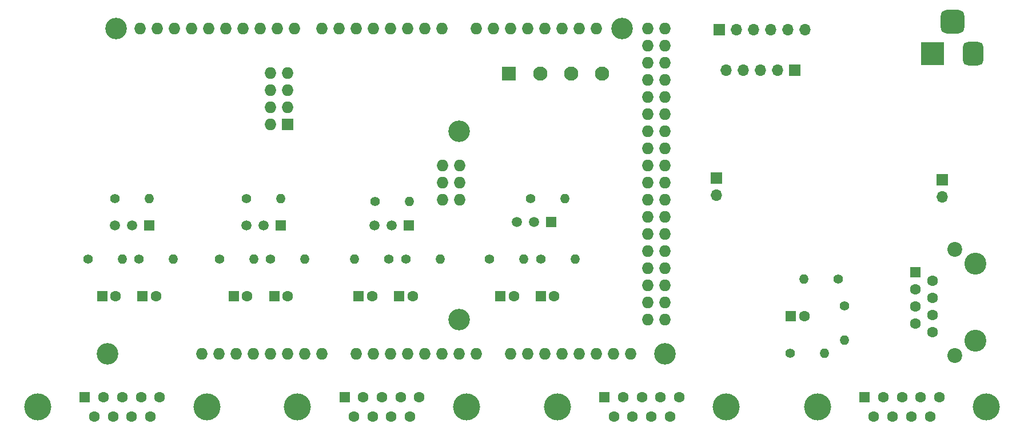
<source format=gbr>
%TF.GenerationSoftware,KiCad,Pcbnew,(6.0.4)*%
%TF.CreationDate,2022-06-07T23:10:36-03:00*%
%TF.ProjectId,TCC_Flow,5443435f-466c-46f7-972e-6b696361645f,rev?*%
%TF.SameCoordinates,Original*%
%TF.FileFunction,Soldermask,Top*%
%TF.FilePolarity,Negative*%
%FSLAX46Y46*%
G04 Gerber Fmt 4.6, Leading zero omitted, Abs format (unit mm)*
G04 Created by KiCad (PCBNEW (6.0.4)) date 2022-06-07 23:10:36*
%MOMM*%
%LPD*%
G01*
G04 APERTURE LIST*
G04 Aperture macros list*
%AMRoundRect*
0 Rectangle with rounded corners*
0 $1 Rounding radius*
0 $2 $3 $4 $5 $6 $7 $8 $9 X,Y pos of 4 corners*
0 Add a 4 corners polygon primitive as box body*
4,1,4,$2,$3,$4,$5,$6,$7,$8,$9,$2,$3,0*
0 Add four circle primitives for the rounded corners*
1,1,$1+$1,$2,$3*
1,1,$1+$1,$4,$5*
1,1,$1+$1,$6,$7*
1,1,$1+$1,$8,$9*
0 Add four rect primitives between the rounded corners*
20,1,$1+$1,$2,$3,$4,$5,0*
20,1,$1+$1,$4,$5,$6,$7,0*
20,1,$1+$1,$6,$7,$8,$9,0*
20,1,$1+$1,$8,$9,$2,$3,0*%
G04 Aperture macros list end*
%ADD10C,1.400000*%
%ADD11O,1.400000X1.400000*%
%ADD12R,1.700000X1.700000*%
%ADD13O,1.700000X1.700000*%
%ADD14R,1.500000X1.500000*%
%ADD15C,1.500000*%
%ADD16R,1.600000X1.600000*%
%ADD17C,1.600000*%
%ADD18C,3.200000*%
%ADD19O,1.727200X1.727200*%
%ADD20C,4.000000*%
%ADD21C,3.250000*%
%ADD22RoundRect,0.248000X0.552000X-0.552000X0.552000X0.552000X-0.552000X0.552000X-0.552000X-0.552000X0*%
%ADD23C,2.200000*%
%ADD24RoundRect,0.250001X-0.799999X-0.799999X0.799999X-0.799999X0.799999X0.799999X-0.799999X0.799999X0*%
%ADD25C,2.100000*%
%ADD26R,3.500000X3.500000*%
%ADD27RoundRect,0.750000X0.750000X1.000000X-0.750000X1.000000X-0.750000X-1.000000X0.750000X-1.000000X0*%
%ADD28RoundRect,0.875000X0.875000X0.875000X-0.875000X0.875000X-0.875000X-0.875000X0.875000X-0.875000X0*%
%ADD29R,1.727200X1.727200*%
G04 APERTURE END LIST*
D10*
%TO.C,R13*%
X67960000Y-56500000D03*
D11*
X73040000Y-56500000D03*
%TD*%
D10*
%TO.C,R8*%
X103920000Y-65500000D03*
D11*
X109000000Y-65500000D03*
%TD*%
D10*
%TO.C,R1*%
X51960000Y-65500000D03*
D11*
X57040000Y-65500000D03*
%TD*%
D10*
%TO.C,R4*%
X63960000Y-65500000D03*
D11*
X69040000Y-65500000D03*
%TD*%
D12*
%TO.C,PwSpp15V2*%
X171000000Y-53725000D03*
D13*
X171000000Y-56265000D03*
%TD*%
D14*
%TO.C,Q2*%
X92000000Y-60500000D03*
D15*
X89460000Y-60500000D03*
X86920000Y-60500000D03*
%TD*%
D10*
%TO.C,R10*%
X156500000Y-72460000D03*
D11*
X156500000Y-77540000D03*
%TD*%
D10*
%TO.C,R11*%
X148460000Y-79460000D03*
D11*
X153540000Y-79460000D03*
%TD*%
D10*
%TO.C,R12*%
X48460000Y-56500000D03*
D11*
X53540000Y-56500000D03*
%TD*%
D10*
%TO.C,R6*%
X89000000Y-65500000D03*
D11*
X83920000Y-65500000D03*
%TD*%
D16*
%TO.C,C9*%
X148544900Y-73960000D03*
D17*
X150544900Y-73960000D03*
%TD*%
D12*
%TO.C,Clock1*%
X149120000Y-37500000D03*
D13*
X146580000Y-37500000D03*
X144040000Y-37500000D03*
X141500000Y-37500000D03*
X138960000Y-37500000D03*
%TD*%
D16*
%TO.C,C2*%
X46544900Y-71000000D03*
D17*
X48544900Y-71000000D03*
%TD*%
D18*
%TO.C,XA1*%
X99415000Y-46522500D03*
X48615000Y-31282500D03*
X123545000Y-31282500D03*
X99415000Y-74462500D03*
X129895000Y-79542500D03*
X47345000Y-79542500D03*
D19*
X61315000Y-79542500D03*
X68935000Y-79542500D03*
X71475000Y-79542500D03*
X99542000Y-51602500D03*
X127355000Y-31282500D03*
X129895000Y-31282500D03*
X84175000Y-79542500D03*
X86715000Y-79542500D03*
X89255000Y-79542500D03*
X91795000Y-79542500D03*
X94335000Y-79542500D03*
X96875000Y-79542500D03*
X99415000Y-79542500D03*
X101955000Y-79542500D03*
X107035000Y-79542500D03*
X109575000Y-79542500D03*
X112115000Y-79542500D03*
X114655000Y-79542500D03*
X117195000Y-79542500D03*
X119735000Y-79542500D03*
X122275000Y-79542500D03*
X124815000Y-79542500D03*
X57251000Y-31282500D03*
X96875000Y-31282500D03*
X94335000Y-31282500D03*
X91795000Y-31282500D03*
X89255000Y-31282500D03*
X86715000Y-31282500D03*
X84175000Y-31282500D03*
X81635000Y-31282500D03*
X79095000Y-31282500D03*
X75031000Y-31282500D03*
X72491000Y-31282500D03*
X69951000Y-31282500D03*
X67411000Y-31282500D03*
X64871000Y-31282500D03*
X62331000Y-31282500D03*
X101955000Y-31282500D03*
X104495000Y-31282500D03*
X107035000Y-31282500D03*
X109575000Y-31282500D03*
X112115000Y-31282500D03*
X114655000Y-31282500D03*
X117195000Y-31282500D03*
X119735000Y-31282500D03*
X127355000Y-33822500D03*
X129895000Y-33822500D03*
X127355000Y-36362500D03*
X129895000Y-36362500D03*
X127355000Y-38902500D03*
X129895000Y-38902500D03*
X127355000Y-41442500D03*
X129895000Y-41442500D03*
X127355000Y-43982500D03*
X129895000Y-43982500D03*
X127355000Y-46522500D03*
X129895000Y-46522500D03*
X127355000Y-49062500D03*
X129895000Y-49062500D03*
X127355000Y-51602500D03*
X129895000Y-51602500D03*
X127355000Y-54142500D03*
X129895000Y-54142500D03*
X127355000Y-56682500D03*
X129895000Y-56682500D03*
X127355000Y-59222500D03*
X129895000Y-59222500D03*
X127355000Y-61762500D03*
X129895000Y-61762500D03*
X127355000Y-64302500D03*
X129895000Y-64302500D03*
X127355000Y-66842500D03*
X129895000Y-66842500D03*
X127355000Y-69382500D03*
X129895000Y-69382500D03*
X127355000Y-71922500D03*
X129895000Y-71922500D03*
X59791000Y-31282500D03*
X74015000Y-79542500D03*
X76555000Y-79542500D03*
X99542000Y-56682500D03*
X127355000Y-74462500D03*
X129895000Y-74462500D03*
X63855000Y-79542500D03*
X97002000Y-51602500D03*
X99542000Y-54142500D03*
X66395000Y-79542500D03*
X97002000Y-56682500D03*
X97002000Y-54142500D03*
X52171000Y-31282500D03*
X54711000Y-31282500D03*
X79095000Y-79542500D03*
%TD*%
D20*
%TO.C,MFC2*%
X100490000Y-87420000D03*
X75490000Y-87420000D03*
D16*
X82450000Y-86000000D03*
D17*
X85220000Y-86000000D03*
X87990000Y-86000000D03*
X90760000Y-86000000D03*
X93530000Y-86000000D03*
X83835000Y-88840000D03*
X86605000Y-88840000D03*
X89375000Y-88840000D03*
X92145000Y-88840000D03*
%TD*%
D10*
%TO.C,R15*%
X110000000Y-56500000D03*
D11*
X115080000Y-56500000D03*
%TD*%
D20*
%TO.C,MFC3*%
X113990000Y-87420000D03*
X138990000Y-87420000D03*
D16*
X120950000Y-86000000D03*
D17*
X123720000Y-86000000D03*
X126490000Y-86000000D03*
X129260000Y-86000000D03*
X132030000Y-86000000D03*
X122335000Y-88840000D03*
X125105000Y-88840000D03*
X127875000Y-88840000D03*
X130645000Y-88840000D03*
%TD*%
D21*
%TO.C,Pirani1*%
X175890000Y-77660000D03*
X175890000Y-66230000D03*
D22*
X167000000Y-67500000D03*
D17*
X169540000Y-68770000D03*
X167000000Y-70040000D03*
X169540000Y-71310000D03*
X167000000Y-72580000D03*
X169540000Y-73850000D03*
X167000000Y-75120000D03*
X169540000Y-76390000D03*
D23*
X172840000Y-79845000D03*
X172840000Y-64045000D03*
%TD*%
D24*
%TO.C,Tela1*%
X106800000Y-38000000D03*
D25*
X111400000Y-38000000D03*
X116000000Y-38000000D03*
X120600000Y-38000000D03*
%TD*%
D10*
%TO.C,R5*%
X91500000Y-65500000D03*
D11*
X96580000Y-65500000D03*
%TD*%
D10*
%TO.C,R9*%
X155540000Y-68460000D03*
D11*
X150460000Y-68460000D03*
%TD*%
D16*
%TO.C,C3*%
X72044900Y-71000000D03*
D17*
X74044900Y-71000000D03*
%TD*%
D14*
%TO.C,Q3*%
X73000000Y-60500000D03*
D15*
X70460000Y-60500000D03*
X67920000Y-60500000D03*
%TD*%
D20*
%TO.C,MFC1*%
X62040000Y-87420000D03*
X37040000Y-87420000D03*
D16*
X44000000Y-86000000D03*
D17*
X46770000Y-86000000D03*
X49540000Y-86000000D03*
X52310000Y-86000000D03*
X55080000Y-86000000D03*
X45385000Y-88840000D03*
X48155000Y-88840000D03*
X50925000Y-88840000D03*
X53695000Y-88840000D03*
%TD*%
D14*
%TO.C,Q1*%
X53500000Y-60500000D03*
D15*
X50960000Y-60500000D03*
X48420000Y-60500000D03*
%TD*%
D14*
%TO.C,Q4*%
X113040000Y-60000000D03*
D15*
X110500000Y-60000000D03*
X107960000Y-60000000D03*
%TD*%
D10*
%TO.C,R3*%
X71460000Y-65500000D03*
D11*
X76540000Y-65500000D03*
%TD*%
D10*
%TO.C,R14*%
X86960000Y-57000000D03*
D11*
X92040000Y-57000000D03*
%TD*%
D10*
%TO.C,R7*%
X111500000Y-65500000D03*
D11*
X116580000Y-65500000D03*
%TD*%
D10*
%TO.C,R2*%
X44460000Y-65500000D03*
D11*
X49540000Y-65500000D03*
%TD*%
D20*
%TO.C,MFC4*%
X152490000Y-87420000D03*
X177490000Y-87420000D03*
D16*
X159450000Y-86000000D03*
D17*
X162220000Y-86000000D03*
X164990000Y-86000000D03*
X167760000Y-86000000D03*
X170530000Y-86000000D03*
X160835000Y-88840000D03*
X163605000Y-88840000D03*
X166375000Y-88840000D03*
X169145000Y-88840000D03*
%TD*%
D16*
%TO.C,C8*%
X105544900Y-71000000D03*
D17*
X107544900Y-71000000D03*
%TD*%
D26*
%TO.C,PwSpp15V1*%
X169500000Y-35000000D03*
D27*
X175500000Y-35000000D03*
D28*
X172500000Y-30300000D03*
%TD*%
D12*
%TO.C,MicroSd1*%
X137960000Y-31500000D03*
D13*
X140500000Y-31500000D03*
X143040000Y-31500000D03*
X145580000Y-31500000D03*
X148120000Y-31500000D03*
X150660000Y-31500000D03*
%TD*%
D16*
%TO.C,C7*%
X111500000Y-71000000D03*
D17*
X113500000Y-71000000D03*
%TD*%
D29*
%TO.C,U1*%
X74000000Y-45500000D03*
D19*
X71460000Y-45500000D03*
X74000000Y-42960000D03*
X71460000Y-42960000D03*
X74000000Y-40420000D03*
X71460000Y-40420000D03*
X74000000Y-37880000D03*
X71460000Y-37880000D03*
%TD*%
D16*
%TO.C,C6*%
X90544900Y-71040000D03*
D17*
X92544900Y-71040000D03*
%TD*%
D16*
%TO.C,C1*%
X52544900Y-71000000D03*
D17*
X54544900Y-71000000D03*
%TD*%
D16*
%TO.C,C4*%
X66044900Y-71000000D03*
D17*
X68044900Y-71000000D03*
%TD*%
D16*
%TO.C,C5*%
X84544900Y-71040000D03*
D17*
X86544900Y-71040000D03*
%TD*%
D12*
%TO.C,PwSpp5V1*%
X137500000Y-53500000D03*
D13*
X137500000Y-56040000D03*
%TD*%
M02*

</source>
